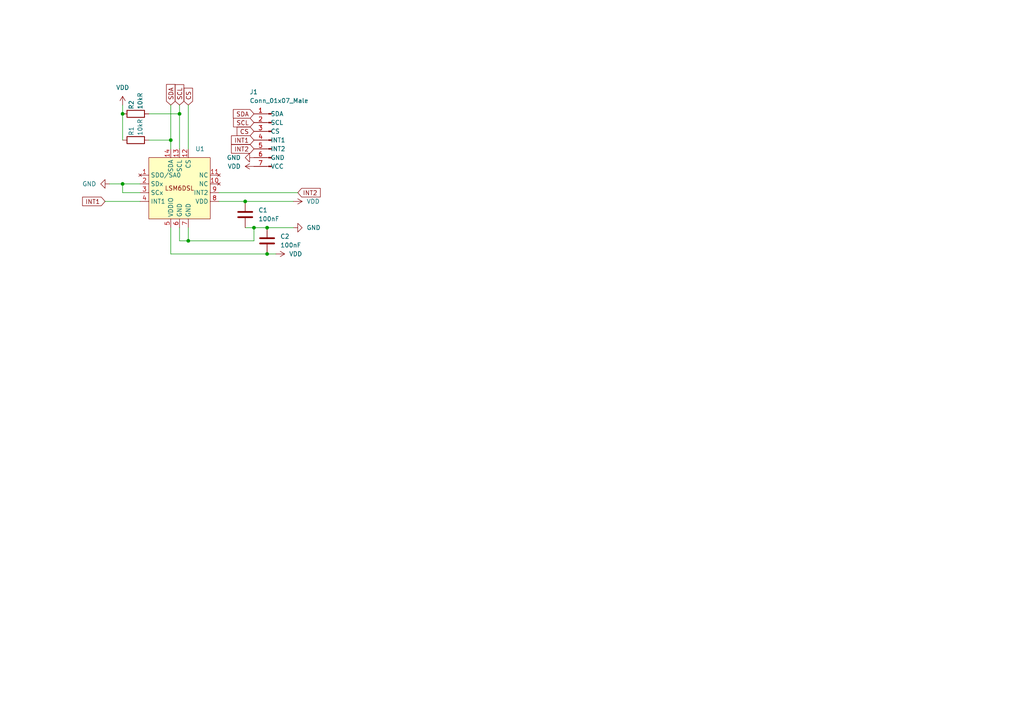
<source format=kicad_sch>
(kicad_sch (version 20231120) (generator "eeschema") (generator_version "8.0")
  (paper "A4")
  (lib_symbols
    (symbol "Connector:Conn_01x07_Male" (pin_names (offset 1.016))
      (property "Reference" "J1" (at 6.35 13.97 0))
      (property "Value" "Conn_01x07_Male" (at 6.35 11.43 0))
      (symbol "Conn_01x07_Male_1_1"
        (polyline (pts (xy 1.27 -7.62) (xy 0.8636 -7.62)) (stroke (width 0.1524)))
        (polyline (pts (xy 1.27 -5.08) (xy 0.8636 -5.08)) (stroke (width 0.1524)))
        (polyline (pts (xy 1.27 -2.54) (xy 0.8636 -2.54)) (stroke (width 0.1524)))
        (polyline (pts (xy 1.27 0) (xy 0.8636 0)) (stroke (width 0.1524)))
        (polyline (pts (xy 1.27 2.54) (xy 0.8636 2.54)) (stroke (width 0.1524)))
        (polyline (pts (xy 1.27 5.08) (xy 0.8636 5.08)) (stroke (width 0.1524)))
        (polyline (pts (xy 1.27 7.62) (xy 0.8636 7.62)) (stroke (width 0.1524)))
        (rectangle (start 0.8636 -7.493) (end 0 -7.747) (stroke (width 0.1524)) (fill (type outline)))
        (rectangle (start 0.8636 -4.953) (end 0 -5.207) (stroke (width 0.1524)) (fill (type outline)))
        (rectangle (start 0.8636 -2.413) (end 0 -2.667) (stroke (width 0.1524)) (fill (type outline)))
        (rectangle (start 0.8636 0.127) (end 0 -0.127) (stroke (width 0.1524)) (fill (type outline)))
        (rectangle (start 0.8636 2.667) (end 0 2.413) (stroke (width 0.1524)) (fill (type outline)))
        (rectangle (start 0.8636 5.207) (end 0 4.953) (stroke (width 0.1524)) (fill (type outline)))
        (rectangle (start 0.8636 7.747) (end 0 7.493) (stroke (width 0.1524)) (fill (type outline)))
        (pin passive line (at 5.08 7.62 180) (length 3.81) (name "SDA") (number "1"))
        (pin passive line (at 5.08 5.08 180) (length 3.81) (name "SCL") (number "2"))
        (pin passive line (at 5.08 2.54 180) (length 3.81) (name "CS") (number "3"))
        (pin passive line (at 5.08 0 180) (length 3.81) (name "INT1") (number "4"))
        (pin passive line (at 5.08 -2.54 180) (length 3.81) (name "INT2") (number "5"))
        (pin passive line (at 5.08 -5.08 180) (length 3.81) (name "GND") (number "6"))
        (pin passive line (at 5.08 -7.62 180) (length 3.81) (name "VCC") (number "7"))
      )
    )
    (symbol "Device:C" (pin_numbers hide) (pin_names (offset 0.254))
      (property "Reference" "C" (at 0.635 2.54 0))
      (property "Value" "C" (at 0.635 -2.54 0))
      (symbol "C_0_1"
        (polyline (pts (xy -2.032 -0.762) (xy 2.032 -0.762)) (stroke (width 0.508)))
        (polyline (pts (xy -2.032 0.762) (xy 2.032 0.762)) (stroke (width 0.508)))
      )
      (symbol "C_1_1"
        (pin passive line (at 0 3.81 270) (length 2.794) (name "~") (number "1"))
        (pin passive line (at 0 -3.81 90) (length 2.794) (name "~") (number "2"))
      )
    )
    (symbol "Device:R" (pin_numbers hide) (pin_names (offset 0))
      (property "Reference" "R" (at 2.032 0 90))
      (property "Value" "R" (at 0 0 90))
      (symbol "R_0_1"
        (rectangle (start -1.016 -2.54) (end 1.016 2.54) (stroke (width 0.254)))
      )
      (symbol "R_1_1"
        (pin passive line (at 0 3.81 270) (length 1.27) (name "~") (number "1"))
        (pin passive line (at 0 -3.81 90) (length 1.27) (name "~") (number "2"))
      )
    )
    (symbol "Kanye:LSM6DSL"
      (property "Reference" "U1" (at 4.5594 -3.81 0))
      (symbol "LSM6DSL_0_0"
        (text "LSM6DSL" (at 0 -15.24 0) (effects (font (size 1.27 1.27))))
      )
      (symbol "LSM6DSL_0_1"
        (rectangle (start -8.89 -6.35) (end 8.89 -24.13) (fill (type background)))
      )
      (symbol "LSM6DSL_1_1"
        (pin no_connect line (at -11.43 -11.43 0) (length 2.54) (name "SDO/SA0") (number "1"))
        (pin no_connect line (at 11.43 -13.97 180) (length 2.54) (name "NC") (number "10"))
        (pin no_connect line (at 11.43 -11.43 180) (length 2.54) (name "NC") (number "11"))
        (pin input line (at 2.54 -3.81 270) (length 2.54) (name "CS") (number "12"))
        (pin input line (at 0 -3.81 270) (length 2.54) (name "SCL") (number "13"))
        (pin bidirectional line (at -2.54 -3.81 270) (length 2.54) (name "SDA") (number "14"))
        (pin passive line (at -11.43 -13.97 0) (length 2.54) (name "SDx") (number "2"))
        (pin bidirectional line (at -11.43 -16.51 0) (length 2.54) (name "SCx") (number "3"))
        (pin output line (at -11.43 -19.05 0) (length 2.54) (name "INT1") (number "4"))
        (pin passive line (at -2.54 -26.67 90) (length 2.54) (name "VDDIO") (number "5"))
        (pin power_in line (at 0 -26.67 90) (length 2.54) (name "GND") (number "6"))
        (pin power_in line (at 2.54 -26.67 90) (length 2.54) (name "GND") (number "7"))
        (pin power_in line (at 11.43 -19.05 180) (length 2.54) (name "VDD") (number "8"))
        (pin output line (at 11.43 -16.51 180) (length 2.54) (name "INT2") (number "9"))
      )
    )
    (symbol "power:GND" (power) (pin_names (offset 0))
      (property "Value" "GND" (at 0 -3.81 0))
      (symbol "GND_0_1"
        (polyline (pts (xy 0 0) (xy 0 -1.27) (xy 1.27 -1.27) (xy 0 -2.54) (xy -1.27 -1.27) (xy 0 -1.27)))
      )
      (symbol "GND_1_1"
        (pin power_in line (at 0 0 270) (length 0) hide (name "GND") (number "1"))
      )
    )
    (symbol "power:VDD" (power) (pin_names (offset 0))
      (property "Value" "VDD" (at 0 3.81 0))
      (symbol "VDD_0_1"
        (polyline (pts (xy -0.762 1.27) (xy 0 2.54)))
        (polyline (pts (xy 0 0) (xy 0 2.54)))
        (polyline (pts (xy 0 2.54) (xy 0.762 1.27)))
      )
      (symbol "VDD_1_1"
        (pin power_in line (at 0 0 90) (length 0) hide (name "VDD") (number "1"))
      )
    )
  )
  (junction (at 49.53 40.64))
  (junction (at 77.47 73.66))
  (junction (at 35.56 53.34))
  (junction (at 35.56 33.02))
  (junction (at 71.12 58.42))
  (junction (at 73.66 66.04))
  (junction (at 77.47 66.04))
  (junction (at 52.07 33.02))
  (junction (at 54.61 69.85))
  (wire (pts (xy 54.61 69.85) (xy 73.66 69.85)))
  (wire (pts (xy 77.47 73.66) (xy 80.01 73.66)))
  (wire (pts (xy 35.56 55.88) (xy 35.56 53.34)))
  (wire (pts (xy 49.53 40.64) (xy 49.53 43.18)))
  (wire (pts (xy 54.61 30.48) (xy 54.61 43.18)))
  (wire (pts (xy 49.53 30.48) (xy 49.53 40.64)))
  (wire (pts (xy 52.07 69.85) (xy 54.61 69.85)))
  (wire (pts (xy 52.07 66.04) (xy 52.07 69.85)))
  (wire (pts (xy 71.12 58.42) (xy 85.09 58.42)))
  (wire (pts (xy 54.61 66.04) (xy 54.61 69.85)))
  (wire (pts (xy 31.75 53.34) (xy 35.56 53.34)))
  (wire (pts (xy 52.07 30.48) (xy 52.07 33.02)))
  (wire (pts (xy 49.53 66.04) (xy 49.53 73.66)))
  (wire (pts (xy 49.53 73.66) (xy 77.47 73.66)))
  (wire (pts (xy 77.47 66.04) (xy 85.09 66.04)))
  (wire (pts (xy 73.66 69.85) (xy 73.66 66.04)))
  (wire (pts (xy 35.56 33.02) (xy 35.56 40.64)))
  (wire (pts (xy 43.18 40.64) (xy 49.53 40.64)))
  (wire (pts (xy 63.5 58.42) (xy 71.12 58.42)))
  (wire (pts (xy 30.48 58.42) (xy 40.64 58.42)))
  (wire (pts (xy 63.5 55.88) (xy 86.36 55.88)))
  (wire (pts (xy 73.66 66.04) (xy 77.47 66.04)))
  (wire (pts (xy 52.07 33.02) (xy 52.07 43.18)))
  (wire (pts (xy 35.56 53.34) (xy 40.64 53.34)))
  (wire (pts (xy 35.56 55.88) (xy 40.64 55.88)))
  (wire (pts (xy 43.18 33.02) (xy 52.07 33.02)))
  (wire (pts (xy 71.12 66.04) (xy 73.66 66.04)))
  (wire (pts (xy 35.56 30.48) (xy 35.56 33.02)))
  (global_label "INT2" (shape input) (at 73.66 43.18 180) (property "Intersheetrefs" "${INTERSHEET_REFS}" (effects (hide yes))))
  (global_label "INT1" (shape input) (at 73.66 40.64 180) (property "Intersheetrefs" "${INTERSHEET_REFS}" (effects (hide yes))))
  (global_label "SDA" (shape input) (at 49.53 30.48 90) (property "Intersheetrefs" "${INTERSHEET_REFS}" (effects (hide yes))))
  (global_label "CS" (shape input) (at 54.61 30.48 90) (property "Intersheetrefs" "${INTERSHEET_REFS}" (effects (hide yes))))
  (global_label "CS" (shape input) (at 73.66 38.1 180) (property "Intersheetrefs" "${INTERSHEET_REFS}" (effects (hide yes))))
  (global_label "INT2" (shape input) (at 86.36 55.88 0) (property "Intersheetrefs" "${INTERSHEET_REFS}" (effects (hide yes))))
  (global_label "INT1" (shape input) (at 30.48 58.42 180) (property "Intersheetrefs" "${INTERSHEET_REFS}" (effects (hide yes))))
  (global_label "SCL" (shape input) (at 73.66 35.56 180) (property "Intersheetrefs" "${INTERSHEET_REFS}" (effects (hide yes))))
  (global_label "SDA" (shape input) (at 73.66 33.02 180) (property "Intersheetrefs" "${INTERSHEET_REFS}" (effects (hide yes))))
  (global_label "SCL" (shape input) (at 52.07 30.48 90) (property "Intersheetrefs" "${INTERSHEET_REFS}" (effects (hide yes))))
  (symbol (lib_id "power:GND") (at 73.66 45.72 270) (unit 1)
    (property "Reference" "#PWR0106" (effects (hide yes)))
    (property "Value" "GND" (at 69.85 45.7199 90) (effects (justify right)))
  )
  (symbol (lib_id "Device:C") (at 77.47 69.85 0) (unit 1)
    (property "Reference" "C2" (at 81.28 68.5799 0) (effects (justify left)))
    (property "Value" "100nF" (at 81.28 71.1199 0) (effects (justify left)))
    (property "Footprint" "Capacitor_SMD:C_0402_1005Metric" (effects (hide yes)))
  )
  (symbol (lib_id "Connector:Conn_01x07_Male") (at 78.74 40.64 0) (mirror y) (unit 1)
    (property "Reference" "J1" (at 72.39 26.67 0) (effects (justify right)))
    (property "Value" "Conn_01x07_Male" (at 72.39 29.21 0) (effects (justify right)))
    (property "Footprint" "Connector_PinHeader_1.00mm:PinHeader_1x07_P1.00mm_Vertical" (effects (hide yes)))
  )
  (symbol (lib_id "Device:R") (at 39.37 33.02 90) (unit 1)
    (property "Reference" "R2" (at 38.1 31.75 0) (effects (justify left)))
    (property "Value" "10kR" (at 40.64 31.75 0) (effects (justify left)))
    (property "Footprint" "Resistor_SMD:R_0402_1005Metric" (effects (hide yes)))
  )
  (symbol (lib_id "Device:R") (at 39.37 40.64 90) (unit 1)
    (property "Reference" "R1" (at 38.1 39.37 0) (effects (justify left)))
    (property "Value" "10kR" (at 40.64 39.37 0) (effects (justify left)))
    (property "Footprint" "Resistor_SMD:R_0402_1005Metric" (effects (hide yes)))
  )
  (symbol (lib_id "power:GND") (at 31.75 53.34 270) (unit 1)
    (property "Reference" "#PWR0101" (effects (hide yes)))
    (property "Value" "GND" (at 27.94 53.3399 90) (effects (justify right)))
  )
  (symbol (lib_id "Kanye:LSM6DSL") (at 52.07 39.37 0) (unit 1)
    (property "Reference" "U1" (at 56.6294 43.18 0) (effects (justify left)))
    (property "Value" "LSM6DSL" (effects (hide yes)))
    (property "Footprint" "Kanye:LSM6DSL" (effects (hide yes)))
  )
  (symbol (lib_id "power:VDD") (at 35.56 30.48 0) (unit 1)
    (property "Reference" "#PWR0102" (effects (hide yes)))
    (property "Value" "VDD" (at 35.56 25.4 0))
  )
  (symbol (lib_id "Device:C") (at 71.12 62.23 0) (unit 1)
    (property "Reference" "C1" (at 74.93 60.9599 0) (effects (justify left)))
    (property "Value" "100nF" (at 74.93 63.4999 0) (effects (justify left)))
    (property "Footprint" "Capacitor_SMD:C_0402_1005Metric" (effects (hide yes)))
  )
  (symbol (lib_id "power:VDD") (at 85.09 58.42 270) (unit 1)
    (property "Reference" "#PWR0104" (effects (hide yes)))
    (property "Value" "VDD" (at 88.9 58.4199 90) (effects (justify left)))
  )
  (symbol (lib_id "power:VDD") (at 80.01 73.66 270) (unit 1)
    (property "Reference" "#PWR0103" (effects (hide yes)))
    (property "Value" "VDD" (at 83.82 73.6599 90) (effects (justify left)))
  )
  (symbol (lib_id "power:VDD") (at 73.66 48.26 90) (unit 1)
    (property "Reference" "#PWR0107" (effects (hide yes)))
    (property "Value" "VDD" (at 69.85 48.2599 90) (effects (justify left)))
  )
  (symbol (lib_id "power:GND") (at 85.09 66.04 90) (unit 1)
    (property "Reference" "#PWR0105" (effects (hide yes)))
    (property "Value" "GND" (at 88.9 66.0399 90) (effects (justify right)))
  )
)
</source>
